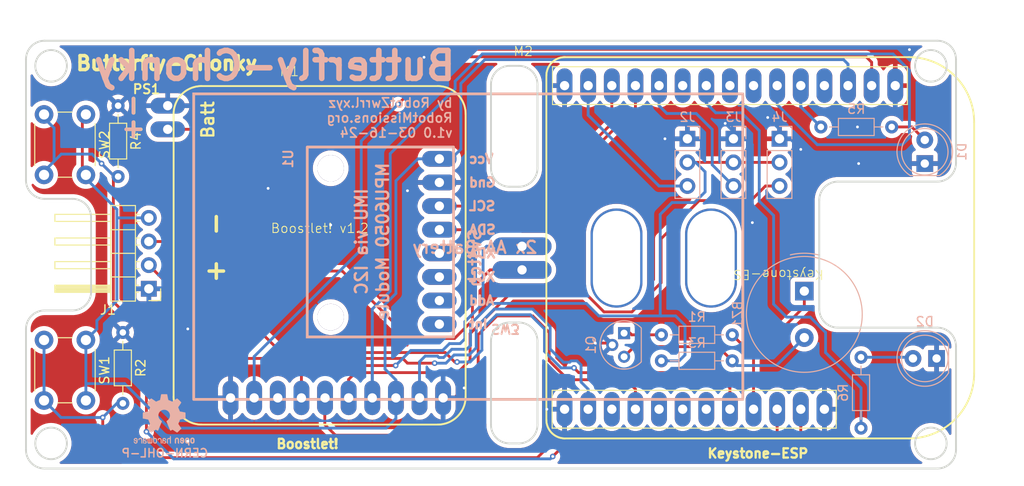
<source format=kicad_pcb>
(kicad_pcb (version 20240108) (generator "pcbnew") (generator_version "8.0")
  (layers (0 "F.Cu" signal) (31 "B.Cu" signal) (34 "B.Paste" user) (35 "F.Paste" user) (36 "B.SilkS" user "B.Silkscreen") (37 "F.SilkS" user "F.Silkscreen") (38 "B.Mask" user) (39 "F.Mask" user) (44 "Edge.Cuts" user))
  (net 0 "")
  (net 1 "/SERVO_L")
  (net 2 "GND")
  (net 3 "Net-(BZ1--)")
  (net 4 "/SERVO_R")
  (net 5 "/NEO_OUT")
  (net 6 "/SERVO_X")
  (net 7 "/NEO_IN")
  (net 8 "/LED_COMMS")
  (net 9 "/SCL")
  (net 10 "/UART2_TX")
  (net 11 "/UART2_RX")
  (net 12 "/BUTTON_3")
  (net 13 "/ULTRASONIC_IN")
  (net 14 "/BATT_SIG")
  (net 15 "/BUTTON_1")
  (net 16 "/LDR")
  (net 17 "/BUTTON_2")
  (net 18 "/ULTRASONIC_OUT")
  (net 19 "/BUZZER")
  (net 20 "/PROXIMITY_R")
  (net 21 "/MIC")
  (net 22 "/LED_HEARTBEAT")
  (net 23 "/SDA")
  (net 24 "/PROXIMITY_L")
  (net 25 "VCC")
  (net 26 "5V")
  (net 27 "Net-(Q1-B)")
  (net 28 "Net-(D1-A)")
  (net 29 "Net-(D2-A)")
  (net 30 "Net-(M1-V_BUS)")
  (net 32 "/V_BATT")
  (net 33 "Net-(PS1-V_Batt)")
  (footprint "Button_Switch_THT:SW_PUSH_6mm_H5mm" (layer "F.Cu") (at 85.054 125.782 -90)
    (property "Reference" "SW1")
    (property "Value" "SW_Push")
  )
  (footprint "!RobotButterfly:Keystone-ESP_v1.1" (layer "F.Cu") (at 157.099 116.713 180)
    (property "Reference" "M2")
    (property "Value" "~")
  )
  (footprint "Button_Switch_THT:SW_PUSH_6mm_H5mm" (layer "F.Cu") (at 85.054 101.525 -90)
    (property "Reference" "SW2")
    (property "Value" "SW_Push")
  )
  (footprint "!RobotButterfly:2xAA_Battery_Module" (layer "F.Cu") (at 96.393 99.314)
    (property "Reference" "PS1")
    (property "Value" "2xAA_Battery_Module")
  )
  (footprint "Resistor_THT:R_Axial_DIN0204_L3.6mm_D1.6mm_P7.62mm_Horizontal" (layer "F.Cu") (at 89.027 124.968 -90)
    (property "Reference" "R2")
    (property "Value" "10k")
  )
  (footprint "Connector_PinHeader_2.54mm:PinHeader_1x04_P2.54mm_Horizontal" (layer "F.Cu") (at 91.821 120.269 180)
    (property "Reference" "J1")
    (property "Value" "Conn_01x04_Pin")
  )
  (footprint "Resistor_THT:R_Axial_DIN0204_L3.6mm_D1.6mm_P7.62mm_Horizontal" (layer "F.Cu") (at 88.519 100.584 -90)
    (property "Reference" "R4")
    (property "Value" "10k")
  )
  (footprint "!RobotButterfly:Boostlet_v1.2" (layer "F.Cu") (at 109.982 115.443)
    (property "Reference" "M1")
    (property "Value" "~")
  )
  (footprint "Connector_PinHeader_2.54mm:PinHeader_1x03_P2.54mm_Vertical" (layer "B.Cu") (at 154.686 104.14 180)
    (property "Reference" "J3")
    (property "Value" "Conn_01x03_Pin")
  )
  (footprint "Resistor_THT:R_Axial_DIN0204_L3.6mm_D1.6mm_P7.62mm_Horizontal" (layer "B.Cu") (at 154.559 128.016 180)
    (property "Reference" "R3")
    (property "Value" "330")
  )
  (footprint "Resistor_THT:R_Axial_DIN0204_L3.6mm_D1.6mm_P7.62mm_Horizontal" (layer "B.Cu") (at 154.559 125.222 180)
    (property "Reference" "R1")
    (property "Value" "2K")
  )
  (footprint "Connector_PinHeader_2.54mm:PinHeader_1x03_P2.54mm_Vertical" (layer "B.Cu") (at 149.733 104.14 180)
    (property "Reference" "J2")
    (property "Value" "Conn_01x03_Pin")
  )
  (footprint "Symbol:OSHW-Logo2_7.3x6mm_SilkScreen" (layer "B.Cu") (at 93.472 134.366 180)
    (property "Reference" "REF**" (hide yes))
    (property "Value" "OSHW-Logo2_7.3x6mm_SilkScreen" (hide yes))
  )
  (footprint "!RobotButterfly:Switch_Header" (layer "B.Cu") (at 131.953 118.237)
    (property "Reference" "SW3")
    (property "Value" "Switch_Header")
  )
  (footprint "Package_TO_SOT_THT:TO-92" (layer "B.Cu") (at 142.925119 125.039615 -90)
    (property "Reference" "Q1")
    (property "Value" "2N2222")
  )
  (footprint "Connector_PinHeader_2.54mm:PinHeader_1x03_P2.54mm_Vertical" (layer "B.Cu") (at 159.639 104.14 180)
    (property "Reference" "J4")
    (property "Value" "Conn_01x03_Pin")
  )
  (footprint "Buzzer_Beeper:Buzzer_TDK_PS1240P02BT_D12.2mm_H6.5mm" (layer "B.Cu") (at 162.306 120.523 -90)
    (property "Reference" "BZ1")
    (property "Value" "Buzzer")
  )
  (footprint "Resistor_THT:R_Axial_DIN0204_L3.6mm_D1.6mm_P7.62mm_Horizontal" (layer "B.Cu") (at 168.402 127.635 -90)
    (property "Reference" "R6")
    (property "Value" "330")
  )
  (footprint "LED_THT:LED_D5.0mm_Clear" (layer "B.Cu") (at 176.53 127.762 180)
    (property "Reference" "D2")
    (property "Value" "LED")
  )
  (footprint "Resistor_THT:R_Axial_DIN0204_L3.6mm_D1.6mm_P7.62mm_Horizontal" (layer "B.Cu") (at 171.704 102.87 180)
    (property "Reference" "R5")
    (property "Value" "330")
  )
  (footprint "LED_THT:LED_D5.0mm_Clear" (layer "B.Cu") (at 175.26 106.807 90)
    (property "Reference" "D1")
    (property "Value" "LED")
  )
  (footprint "!RobotButterfly:MPU6050_Module" (layer "B.Cu") (at 124.587 105.029 180)
    (property "Reference" "U1")
    (property "Value" "MPU6050_Module")
  )
  (gr_line (start 130.612999 96.299) (end 131.613 96.299) (stroke (width 0.2)) (layer "Edge.Cuts"))
  (gr_line (start 176.613 93.599) (end 80.612998 93.599) (stroke (width 0.2)) (layer "Edge.Cuts"))
  (gr_arc (start 131.613 123.899) (mid 133.027214 124.484786) (end 133.613 125.899) (stroke (width 0.2)) (layer "Edge.Cuts"))
  (gr_arc (start 178.613 106.749) (mid 178.027214 108.163214) (end 176.613 108.749) (stroke (width 0.2)) (layer "Edge.Cuts"))
  (gr_line (start 133.613 98.299) (end 133.613 107.299) (stroke (width 0.2)) (layer "Edge.Cuts"))
  (gr_arc (start 178.613 137.599) (mid 178.027214 139.013214) (end 176.613 139.599) (stroke (width 0.2)) (layer "Edge.Cuts"))
  (gr_line (start 78.613 124.598999) (end 78.613 137.599002) (stroke (width 0.2)) (layer "Edge.Cuts"))
  (gr_line (start 131.613 109.299) (end 130.613 109.299) (stroke (width 0.2)) (layer "Edge.Cuts"))
  (gr_arc (start 78.613 124.598999) (mid 79.198786 123.184786) (end 80.612999 122.599) (stroke (width 0.2)) (layer "Edge.Cuts"))
  (gr_line (start 178.613 106.749) (end 178.613 95.599) (stroke (width 0.2)) (layer "Edge.Cuts"))
  (gr_line (start 128.613 134.899) (end 128.613 125.899) (stroke (width 0.2)) (layer "Edge.Cuts"))
  (gr_line (start 130.613 123.899) (end 131.613 123.899) (stroke (width 0.2)) (layer "Edge.Cuts"))
  (gr_arc (start 165.913 124.449) (mid 164.498786 123.863214) (end 163.913 122.449) (stroke (width 0.2)) (layer "Edge.Cuts"))
  (gr_circle (center 81.313 96.299) (end 83.013 96.299) (stroke (width 0.2)) (fill none) (layer "Edge.Cuts"))
  (gr_line (start 131.613 136.899) (end 130.613 136.899) (stroke (width 0.2)) (layer "Edge.Cuts"))
  (gr_arc (start 133.613 107.299) (mid 133.027214 108.713214) (end 131.613 109.299) (stroke (width 0.2)) (layer "Edge.Cuts"))
  (gr_line (start 80.613 110.599) (end 83.613001 110.599) (stroke (width 0.2)) (layer "Edge.Cuts"))
  (gr_line (start 85.613 112.598999) (end 85.613 120.599001) (stroke (width 0.2)) (layer "Edge.Cuts"))
  (gr_arc (start 131.613 96.299) (mid 133.027214 96.884786) (end 133.613 98.299) (stroke (width 0.2)) (layer "Edge.Cuts"))
  (gr_arc (start 83.613001 110.599) (mid 85.027214 111.184786) (end 85.613 112.598999) (stroke (width 0.2)) (layer "Edge.Cuts"))
  (gr_arc (start 176.613 93.599) (mid 178.027214 94.184786) (end 178.613 95.599) (stroke (width 0.2)) (layer "Edge.Cuts"))
  (gr_arc (start 78.613 95.598999) (mid 79.198786 94.184786) (end 80.612998 93.599) (stroke (width 0.2)) (layer "Edge.Cuts"))
  (gr_circle (center 81.313 136.899) (end 83.013 136.899) (stroke (width 0.2)) (fill none) (layer "Edge.Cuts"))
  (gr_line (start 133.613 125.899) (end 133.613 134.899) (stroke (width 0.2)) (layer "Edge.Cuts"))
  (gr_circle (center 175.913 96.299) (end 177.613 96.299) (stroke (width 0.2)) (fill none) (layer "Edge.Cuts"))
  (gr_arc (start 176.613 124.449) (mid 178.027214 125.034786) (end 178.613 126.449) (stroke (width 0.2)) (layer "Edge.Cuts"))
  (gr_line (start 78.613 95.598999) (end 78.613 108.599001) (stroke (width 0.2)) (layer "Edge.Cuts"))
  (gr_circle (center 175.913 136.899) (end 177.613 136.899) (stroke (width 0.2)) (fill none) (layer "Edge.Cuts"))
  (gr_line (start 165.913 108.749) (end 176.613 108.749) (stroke (width 0.2)) (layer "Edge.Cuts"))
  (gr_line (start 163.913 122.449) (end 163.913 110.749) (stroke (width 0.2)) (layer "Edge.Cuts"))
  (gr_arc (start 128.613 98.298999) (mid 129.198786 96.884786) (end 130.612999 96.299) (stroke (width 0.2)) (layer "Edge.Cuts"))
  (gr_arc (start 133.613 134.899) (mid 133.027214 136.313214) (end 131.613 136.899) (stroke (width 0.2)) (layer "Edge.Cuts"))
  (gr_line (start 80.612999 139.599) (end 176.613 139.599) (stroke (width 0.2)) (layer "Edge.Cuts"))
  (gr_line (start 83.613001 122.599) (end 80.612999 122.599) (stroke (width 0.2)) (layer "Edge.Cuts"))
  (gr_line (start 178.613 137.599) (end 178.613 126.449) (stroke (width 0.2)) (layer "Edge.Cuts"))
  (gr_arc (start 163.913 110.749) (mid 164.498786 109.334786) (end 165.913 108.749) (stroke (width 0.2)) (layer "Edge.Cuts"))
  (gr_arc (start 80.612999 139.599) (mid 79.198786 139.013214) (end 78.613 137.599002) (stroke (width 0.2)) (layer "Edge.Cuts"))
  (gr_arc (start 80.613 110.599) (mid 79.198786 110.013214) (end 78.613 108.599001) (stroke (width 0.2)) (layer "Edge.Cuts"))
  (gr_arc (start 128.613 125.899) (mid 129.198786 124.484786) (end 130.613 123.899) (stroke (width 0.2)) (layer "Edge.Cuts"))
  (gr_line (start 176.613 124.449) (end 165.913 124.449) (stroke (width 0.2)) (layer "Edge.Cuts"))
  (gr_arc (start 85.613 120.599001) (mid 85.027214 122.013214) (end 83.613001 122.599) (stroke (width 0.2)) (layer "Edge.Cuts"))
  (gr_arc (start 130.613 109.299) (mid 129.198786 108.713214) (end 128.613 107.299) (stroke (width 0.2)) (layer "Edge.Cuts"))
  (gr_arc (start 130.613 136.899) (mid 129.198786 136.313214) (end 128.613 134.899) (stroke (width 0.2)) (layer "Edge.Cuts"))
  (gr_line (start 128.613 107.299) (end 128.613 98.298999) (stroke (width 0.2)) (layer "Edge.Cuts"))
  (gr_text "Butterfly-Chonky" (at 125.095 98.044 0) (layer "B.SilkS") (effects (font (size 3 3) (thickness 0.6) (bold yes)) (justify left bottom mirror)))
  (gr_text "CERN-OHL-P" (at 98.298 137.414 0) (layer "B.SilkS") (effects (font (size 0.9 0.9) (thickness 0.1625)) (justify left top mirror)))
  (gr_text "by RobotZwrrl.xyz\nRobotMissions.org\nv1.0 03-16-24" (at 124.587 99.695 0) (layer "B.SilkS") (effects (font (size 1 1) (thickness 0.18) (bold yes)) (justify left top mirror)))
  (gr_text "Boostlet!" (at 105.41 137.541 0) (layer "F.SilkS") (effects (font (size 1 1) (thickness 0.25) (bold yes)) (justify left bottom)))
  (gr_text "Butterfly-Chonky" (at 83.82 96.901 0) (layer "F.SilkS") (effects (font (size 1.5 1.5) (thickness 0.375) (bold yes)) (justify left bottom)))
  (gr_text "Keystone-ESP" (at 151.765 138.557 0) (layer "F.SilkS") (effects (font (size 1 1) (thickness 0.25) (bold yes)) (justify left bottom)))
  (segment (start 146.685 109.22) (end 149.733 109.22) (width 0.3048) (layer "B.Cu") (net 1))
  (segment (start 139.065 98.425) (end 139.065 101.6) (width 0.3048) (layer "B.Cu") (net 1))
  (segment (start 139.065 101.6) (end 146.685 109.22) (width 0.3048) (layer "B.Cu") (net 1))
  (segment (start 172.085 96.0755) (end 172.085 98.425) (width 0.3048) (layer "F.Cu") (net 2))
  (segment (start 96.012 136.652) (end 96.012 124.587) (width 0.3048) (layer "F.Cu") (net 2))
  (segment (start 168.148 106.807) (end 168.148 102.997) (width 0.3048) (layer "F.Cu") (net 2))
  (segment (start 141.456504 126.111) (end 139.827 126.111) (width 0.3048) (layer "F.Cu") (net 2))
  (segment (start 173.609 94.5515) (end 172.085 96.0755) (width 0.3048) (layer "F.Cu") (net 2))
  (segment (start 141.655119 126.309615) (end 141.456504 126.111) (width 0.3048) (layer "F.Cu") (net 2))
  (segment (start 124.6632 132.0038) (end 125.73 130.937) (width 0.3048) (layer "F.Cu") (net 2))
  (segment (start 119.634 109.728) (end 115.062 109.728) (width 0.3048) (layer "F.Cu") (net 2))
  (segment (start 123.4694 132.0038) (end 124.6632 132.0038) (width 0.3048) (layer "F.Cu") (net 2))
  (segment (start 168.148 102.997) (end 168.021 102.87) (width 0.3048) (layer "F.Cu") (net 2))
  (segment (start 115.062 109.728) (end 111.379 113.411) (width 0.3048) (layer "F.Cu") (net 2))
  (segment (start 134.62 133.223) (end 136.525 133.223) (width 0.3048) (layer "F.Cu") (net 2))
  (via (at 168.148 106.807) (size 0.6) (drill 0.3) (layers "F.Cu" "B.Cu") (net 2))
  (via (at 139.827 126.111) (size 0.6) (drill 0.3) (layers "F.Cu" "B.Cu") (net 2))
  (via (at 121.412 95.377) (size 0.6) (drill 0.3) (layers "F.Cu" "B.Cu") (net 2))
  (via (at 156.718 113.157) (size 0.6) (drill 0.3) (layers "F.Cu" "B.Cu") (net 2))
  (via (at 158.369 101.854) (size 0.6) (drill 0.3) (layers "F.Cu" "B.Cu") (net 2))
  (via (at 96.012 124.587) (size 0.6) (drill 0.3) (layers "F.Cu" "B.Cu") (net 2))
  (via (at 161.925 105.283) (size 0.6) (drill 0.3) (layers "F.Cu" "B.Cu") (net 2))
  (via (at 147.32 104.14) (size 0.6) (drill 0.3) (layers "F.Cu" "B.Cu") (net 2))
  (via (at 173.609 94.5515) (size 0.6) (drill 0.3) (layers "F.Cu" "B.Cu") (net 2))
  (via (at 125.73 130.937) (size 0.6) (drill 0.3) (layers "F.Cu" "B.Cu") (net 2))
  (via (at 168.021 102.87) (size 0.6) (drill 0.3) (layers "F.Cu" "B.Cu") (net 2))
  (via (at 96.012 136.652) (size 0.6) (drill 0.3) (layers "F.Cu" "B.Cu") (net 2))
  (via (at 104.648 109.474) (size 0.6) (drill 0.3) (layers "F.Cu" "B.Cu") (net 2))
  (via (at 153.797 102.489) (size 0.6) (drill 0.3) (layers "F.Cu" "B.Cu") (net 2))
  (via (at 134.62 133.223) (size 0.6) (drill 0.3) (layers "F.Cu" "B.Cu") (net 2))
  (via (at 119.634 109.728) (size 0.6) (drill 0.3) (layers "F.Cu" "B.Cu") (net 2))
  (via (at 111.379 113.411) (size 0.6) (drill 0.3) (layers "F.Cu" "B.Cu") (net 2))
  (segment (start 159.639 104.14) (end 160.782 104.14) (width 0.3048) (layer "B.Cu") (net 2))
  (segment (start 173.609 94.5515) (end 173.4693 94.4118) (width 0.3048) (layer "B.Cu") (net 2))
  (segment (start 96.012 124.587) (end 96.012 112.776) (width 0.3048) (layer "B.Cu") (net 2))
  (segment (start 171.831 101.092) (end 170.815 101.092) (width 0.3048) (layer "B.Cu") (net 2))
  (segment (start 123.4694 132.4586) (end 123.571 132.5602) (width 0.3048) (layer "B.Cu") (net 2))
  (segment (start 154.686 104.14) (end 156.083 104.14) (width 0.3048) (layer "B.Cu") (net 2))
  (segment (start 99.314 109.474) (end 104.648 109.474) (width 0.3048) (layer "B.Cu") (net 2))
  (segment (start 123.571 132.5602) (end 123.571 135.509) (width 0.3048) (layer "B.Cu") (net 2))
  (segment (start 96.266 136.906) (end 96.012 136.652) (width 0.3048) (layer "B.Cu") (net 2))
  (segment (start 169.037 102.87) (end 168.021 102.87) (width 0.3048) (layer "B.Cu") (net 2))
  (segment (start 123.4694 132.0038) (end 123.4694 132.4586) (width 0.3048) (layer "B.Cu") (net 2))
  (segment (start 123.063 108.839) (end 120.396 108.839) (width 0.3048) (layer "B.Cu") (net 2))
  (segment (start 122.3772 94.4118) (end 121.412 95.377) (width 0.3048) (layer "B.Cu") (net 2))
  (segment (start 172.085 98.425) (end 172.085 100.838) (width 0.3048) (layer "B.Cu") (net 2))
  (segment (start 156.083 104.14) (end 156.718 104.775) (width 0.3048) (layer "B.Cu") (net 2))
  (segment (start 122.174 136.906) (end 96.266 136.906) (width 0.3048) (layer "B.Cu") (net 2))
  (segment (start 120.396 108.839) (end 119.634 109.601) (width 0.3048) (layer "B.Cu") (net 2))
  (segment (start 123.571 135.509) (end 122.174 136.906) (width 0.3048) (layer "B.Cu") (net 2))
  (segment (start 159.639 103.124) (end 158.369 101.854) (width 0.3048) (layer "B.Cu") (net 2))
  (segment (start 172.085 100.838) (end 171.831 101.092) (width 0.3048) (layer "B.Cu") (net 2))
  (segment (start 170.815 101.092) (end 169.037 102.87) (width 0.3048) (layer "B.Cu") (net 2))
  (segment (start 156.718 104.775) (end 156.718 113.157) (width 0.3048) (layer "B.Cu") (net 2))
  (segment (start 175.26 106.807) (end 168.148 106.807) (width 0.3048) (layer "B.Cu") (net 2))
  (segment (start 119.634 109.601) (end 119.634 109.728) (width 0.3048) (layer "B.Cu") (net 2))
  (segment (start 154.686 104.14) (end 154.686 103.378) (width 0.3048) (layer "B.Cu") (net 2))
  (segment (start 154.686 103.378) (end 153.797 102.489) (width 0.3048) (layer "B.Cu") (net 2))
  (segment (start 159.639 104.14) (end 159.639 103.124) (width 0.3048) (layer "B.Cu") (net 2))
  (segment (start 149.733 104.14) (end 147.32 104.14) (width 0.3048) (layer "B.Cu") (net 2))
  (segment (start 160.782 104.14) (end 161.925 105.283) (width 0.3048) (layer "B.Cu") (net 2))
  (segment (start 96.012 112.776) (end 99.314 109.474) (width 0.3048) (layer "B.Cu") (net 2))
  (segment (start 173.4693 94.4118) (end 122.3772 94.4118) (width 0.3048) (layer "B.Cu") (net 2))
  (segment (start 144.012734 126.492) (end 153.035 126.492) (width 0.3048) (layer "F.Cu") (net 3))
  (segment (start 142.925119 127.579615) (end 144.012734 126.492) (width 0.3048) (layer "F.Cu") (net 3))
  (segment (start 153.035 126.492) (end 154.559 128.016) (width 0.3048) (layer "F.Cu") (net 3))
  (segment (start 162.306 125.523) (end 159.305 128.524) (width 0.3048) (layer "B.Cu") (net 3))
  (segment (start 159.305 128.524) (end 155.067 128.524) (width 0.3048) (layer "B.Cu") (net 3))
  (segment (start 155.067 128.524) (end 154.559 128.016) (width 0.3048) (layer "B.Cu") (net 3))
  (segment (start 150.679697 101.420896) (end 152.4 103.141199) (width 0.3048) (layer "B.Cu") (net 4))
  (segment (start 146.685 98.425) (end 146.685 100.584) (width 0.3048) (layer "B.Cu") (net 4))
  (segment (start 146.685 100.584) (end 147.521896 101.420896) (width 0.3048) (layer "B.Cu") (net 4))
  (segment (start 152.4 106.934) (end 154.686 109.22) (width 0.3048) (layer "B.Cu") (net 4))
  (segment (start 147.521896 101.420896) (end 150.679697 101.420896) (width 0.3048) (layer "B.Cu") (net 4))
  (segment (start 152.4 103.141199) (end 152.4 106.934) (width 0.3048) (layer "B.Cu") (net 4))
  (segment (start 151.0051 110.7884) (end 156.5585 110.7884) (width 0.3048) (layer "F.Cu") (net 5))
  (segment (start 126.365 127.9525) (end 126.365 125.095) (width 0.3048) (layer "F.Cu") (net 5))
  (segment (start 126.365 125.095) (end 130.683 120.777) (width 0.3048) (layer "F.Cu") (net 5))
  (segment (start 156.5585 110.7884) (end 158.1269 109.22) (width 0.3048) (layer "F.Cu") (net 5))
  (segment (start 138.785109 120.777) (end 140.766309 122.7582) (width 0.3048) (layer "F.Cu") (net 5))
  (segment (start 146.9055 114.888) (end 151.0051 110.7884) (width 0.3048) (layer "F.Cu") (net 5))
  (segment (start 130.683 120.777) (end 138.785109 120.777) (width 0.3048) (layer "F.Cu") (net 5))
  (segment (start 146.9055 119.6156) (end 146.9055 114.888) (width 0.3048) (layer "F.Cu") (net 5))
  (segment (start 158.1269 109.22) (end 159.639 109.22) (width 0.3048) (layer "F.Cu") (net 5))
  (segment (start 114.0389 129.286) (end 125.0315 129.286) (width 0.3048) (layer "F.Cu") (net 5))
  (segment (start 113.3094 130.0155) (end 114.0389 129.286) (width 0.3048) (layer "F.Cu") (net 5))
  (segment (start 140.766309 122.7582) (end 143.7629 122.7582) (width 0.3048) (layer "F.Cu") (net 5))
  (segment (start 143.7629 122.7582) (end 146.9055 119.6156) (width 0.3048) (layer "F.Cu") (net 5))
  (segment (start 125.0315 129.286) (end 126.365 127.9525) (width 0.3048) (layer "F.Cu") (net 5))
  (segment (start 113.3094 132.0038) (end 113.3094 130.0155) (width 0.3048) (layer "F.Cu") (net 5))
  (segment (start 115.8494 123.7184) (end 115.8494 132.0038) (width 0.3048) (layer "B.Cu") (net 7))
  (segment (start 173.6076 104.0144) (end 173.6076 96.7863) (width 0.3048) (layer "B.Cu") (net 7))
  (segment (start 117.7794 120.524496) (end 115.849 122.454896) (width 0.3048) (layer "B.Cu") (net 7))
  (segment (start 159.385 98.425) (end 159.385 100.457) (width 0.3048) (layer "B.Cu") (net 7))
  (segment (start 124.7624 98.7576) (end 117.7794 105.7406) (width 0.3048) (layer "B.Cu") (net 7))
  (segment (start 124.7624 97.951396) (end 124.7624 98.7576) (width 0.3048) (layer "B.Cu") (net 7))
  (segment (start 117.7794 105.7406) (end 117.7794 120.524496) (width 0.3048) (layer "B.Cu") (net 7))
  (segment (start 115.849 122.454896) (end 115.849 123.718) (width 0.3048) (layer "B.Cu") (net 7))
  (segment (start 115.849 123.718) (end 115.8494 123.7184) (width 0.3048) (layer "B.Cu") (net 7))
  (segment (start 172.847 104.775) (end 173.6076 104.0144) (width 0.3048) (layer "B.Cu") (net 7))
  (segment (start 159.385 100.457) (end 163.703 104.775) (width 0.3048) (layer "B.Cu") (net 7))
  (segment (start 173.6076 96.7863) (end 171.8427 95.0214) (width 0.3048) (layer "B.Cu") (net 7))
  (segment (start 127.692395 95.0214) (end 124.7624 97.951396) (width 0.3048) (layer "B.Cu") (net 7))
  (segment (start 115.849 123.718) (end 115.849 132.004) (width 0.3048) (layer "B.Cu") (net 7))
  (segment (start 171.8427 95.0214) (end 127.692395 95.0214) (width 0.3048) (layer "B.Cu") (net 7))
  (segment (start 163.703 104.775) (end 172.847 104.775) (width 0.3048) (layer "B.Cu") (net 7))
  (segment (start 151.765 98.425) (end 151.765 100.33) (width 0.3048) (layer "B.Cu") (net 8))
  (segment (start 159.004 121.92) (end 160.401 123.317) (width 0.3048) (layer "B.Cu") (net 8))
  (segment (start 168.402 130.937) (end 168.402 135.255) (width 0.3048) (layer "B.Cu") (net 8))
  (segment (start 152.781 101.346) (end 155.543109 101.346) (width 0.3048) (layer "B.Cu") (net 8))
  (segment (start 160.401 123.317) (end 162.941 123.317) (width 0.3048) (layer "B.Cu") (net 8))
  (segment (start 155.543109 101.346) (end 157.46 103.262891) (width 0.3048) (layer "B.Cu") (net 8))
  (segment (start 157.46 110.851) (end 159.004 112.395) (width 0.3048) (layer "B.Cu") (net 8))
  (segment (start 157.46 103.262891) (end 157.46 110.851) (width 0.3048) (layer "B.Cu") (net 8))
  (segment (start 159.004 112.395) (end 159.004 121.92) (width 0.3048) (layer "B.Cu") (net 8))
  (segment (start 164.592 124.968) (end 164.592 127.127) (width 0.3048) (layer "B.Cu") (net 8))
  (segment (start 162.941 123.317) (end 164.592 124.968) (width 0.3048) (layer "B.Cu") (net 8))
  (segment (start 164.592 127.127) (end 168.402 130.937) (width 0.3048) (layer "B.Cu") (net 8))
  (segment (start 151.765 100.33) (end 152.781 101.346) (width 0.3048) (layer "B.Cu") (net 8))
  (segment (start 141.605 98.425) (end 141.605 102.489) (width 0.3048) (layer "F.Cu") (net 9))
  (segment (start 141.605 102.489) (end 132.715 111.379) (width 0.3048) (layer "F.Cu") (net 9))
  (segment (start 132.715 111.379) (end 123.063 111.379) (width 0.3048) (layer "F.Cu") (net 9))
  (segment (start 119.634 128.27) (end 119.126 127.762) (width 0.3048) (layer "F.Cu") (net 13))
  (segment (start 122.555 128.27) (end 119.634 128.27) (width 0.3048) (layer "F.Cu") (net 13))
  (segment (start 119.126 127.762) (end 101.854 127.762) (width 0.3048) (layer "F.Cu") (net 13))
  (segment (start 101.854 127.762) (end 91.821 117.729) (width 0.3048) (layer "F.Cu") (net 13))
  (via (at 122.555 128.27) (size 0.6) (drill 0.3) (layers "F.Cu" "B.Cu") (net 13))
  (segment (start 123.770157 128.27) (end 124.654357 127.3858) (width 0.3048) (layer "B.Cu") (net 13))
  (segment (start 133.094504 122.4534) (end 134.9756 124.334496) (width 0.3048) (layer "B.Cu") (net 13))
  (segment (start 127.0254 126.620496) (end 127.0254 124.397996) (width 0.3048) (layer "B.Cu") (net 13))
  (segment (start 122.555 128.27) (end 123.770157 128.27) (width 0.3048) (layer "B.Cu") (net 13))
  (segment (start 139.065 131.064) (end 139.065 133.223) (width 0.3048) (layer "B.Cu") (net 13))
  (segment (start 126.260096 127.3858) (end 127.0254 126.620496) (width 0.3048) (layer "B.Cu") (net 13))
  (segment (start 137.079757 128.1684) (end 137.227357 128.0208) (width 0.3048) (layer "B.Cu") (net 13))
  (segment (start 134.9756 124.334496) (end 134.9756 126.747496) (width 0.3048) (layer "B.Cu") (net 13))
  (segment (start 138.2982 130.2972) (end 139.065 131.064) (width 0.3048) (layer "B.Cu") (net 13))
  (segment (start 128.969996 122.4534) (end 133.094504 122.4534) (width 0.3048) (layer "B.Cu") (net 13))
  (segment (start 137.227357 128.0208) (end 137.854643 128.0208) (width 0.3048) (layer "B.Cu") (net 13))
  (segment (start 127.0254 124.397996) (end 128.969996 122.4534) (width 0.3048) (layer "B.Cu") (net 13))
  (segment (start 124.654357 127.3858) (end 126.260096 127.3858) (width 0.3048) (layer "B.Cu") (net 13))
  (segment (start 136.396504 128.1684) (end 137.079757 128.1684) (width 0.3048) (layer "B.Cu") (net 13))
  (segment (start 138.2982 128.464357) (end 138.2982 130.2972) (width 0.3048) (layer "B.Cu") (net 13))
  (segment (start 137.854643 128.0208) (end 138.2982 128.464357) (width 0.3048) (layer "B.Cu") (net 13))
  (segment (start 134.9756 126.747496) (end 136.396504 128.1684) (width 0.3048) (layer "B.Cu") (net 13))
  (segment (start 127.2366 125.205767) (end 129.252367 123.19) (width 0.3048) (layer "F.Cu") (net 14))
  (segment (start 129.252367 123.19) (end 133.096 123.19) (width 0.3048) (layer "F.Cu") (net 14))
  (segment (start 136.906 130.048) (end 143.129 130.048) (width 0.3048) (layer "F.Cu") (net 14))
  (segment (start 110.744 132.484) (end 110.744 134.874) (width 0.3048) (layer "F.Cu") (net 14))
  (segment (start 133.096 123.19) (end 134.874 124.968) (width 0.3048) (layer "F.Cu") (net 14))
  (segment (start 144.145 131.064) (end 144.145 133.223) (width 0.3048) (layer "F.Cu") (net 14))
  (segment (start 110.7694 132.4586) (end 110.744 132.484) (width 0.3048) (layer "F.Cu") (net 14))
  (segment (start 110.7694 132.0038) (end 110.7694 132.4586) (width 0.3048) (layer "F.Cu") (net 14))
  (segment (start 111.887 136.017) (end 125.857 136.017) (width 0.3048) (layer "F.Cu") (net 14))
  (segment (start 127.2366 134.6374) (end 127.2366 125.205767) (width 0.3048) (layer "F.Cu") (net 14))
  (segment (start 143.129 130.048) (end 144.145 131.064) (width 0.3048) (layer "F.Cu") (net 14))
  (segment (start 134.874 128.016) (end 136.906 130.048) (width 0.3048) (layer "F.Cu") (net 14))
  (segment (start 125.857 136.017) (end 127.2366 134.6374) (width 0.3048) (layer "F.Cu") (net 14))
  (segment (start 110.744 134.874) (end 111.887 136.017) (width 0.3048) (layer "F.Cu") (net 14))
  (segment (start 134.874 124.968) (end 134.874 128.016) (width 0.3048) (layer "F.Cu") (net 14))
  (segment (start 89.408 138.43) (end 133.604 138.43) (width 0.3048) (layer "F.Cu") (net 15))
  (segment (start 135.2296 136.8044) (end 158.2166 136.8044) (width 0.3048) (layer "F.Cu") (net 15))
  (segment (start 159.385 135.636) (end 159.385 133.223) (width 0.3048) (layer "F.Cu") (net 15))
  (segment (start 133.604 138.43) (end 135.2296 136.8044) (width 0.3048) (layer "F.Cu") (net 15))
  (segment (start 158.2166 136.8044) (end 159.385 135.636) (width 0.3048) (layer "F.Cu") (net 15))
  (segment (start 86.868 134.112) (end 86.868 135.89) (width 0.3048) (layer "F.Cu") (net 15))
  (segment (start 86.868 135.89) (end 89.408 138.43) (width 0.3048) (layer "F.Cu") (net 15))
  (via (at 86.868 134.112) (size 0.6) (drill 0.3) (layers "F.Cu" "B.Cu") (net 15))
  (segment (start 89.027 132.588) (end 88.392 132.588) (width 0.3048) (layer "B.Cu") (net 15))
  (segment (start 88.392 132.588) (end 86.868 134.112) (width 0.3048) (layer "B.Cu") (net 15))
  (segment (start 86.868 134.112) (end 82.384 134.112) (width 0.3048) (layer "B.Cu") (net 15))
  (segment (start 80.554 125.782) (end 80.554 132.282) (width 0.3048) (layer "B.Cu") (net 15))
  (segment (start 82.384 134.112) (end 80.554 132.282) (width 0.3048) (layer "B.Cu") (net 15))
  (segment (start 161.925 136.144) (end 161.925 133.223) (width 0.3048) (layer "F.Cu") (net 17))
  (segment (start 88.011 108.077) (end 88.011 121.666) (width 0.3048) (layer "F.Cu") (net 17))
  (segment (start 160.655 137.414) (end 161.925 136.144) (width 0.3048) (layer "F.Cu") (net 17))
  (segment (start 89.027 122.682) (end 90.424 122.682) (width 0.3048) (layer "F.Cu") (net 17))
  (segment (start 88.011 121.666) (end 89.027 122.682) (width 0.3048) (layer "F.Cu") (net 17))
  (segment (start 86.741 106.807) (end 88.011 108.077) (width 0.3048) (layer "F.Cu") (net 17))
  (segment (start 136.144 137.414) (end 160.655 137.414) (width 0.3048) (layer "F.Cu") (net 17))
  (segment (start 135.255 138.303) (end 136.144 137.414) (width 0.3048) (layer "F.Cu") (net 17))
  (segment (start 91.567 123.825) (end 91.567 135.636) (width 0.3048) (layer "F.Cu") (net 17))
  (segment (start 90.424 122.682) (end 91.567 123.825) (width 0.3048) (layer "F.Cu") (net 17))
  (via (at 86.741 106.807) (size 0.6) (drill 0.3) (layers "F.Cu" "B.Cu") (net 17))
  (via (at 91.567 135.636) (size 0.6) (drill 0.3) (layers "F.Cu" "B.Cu") (net 17))
  (via (at 135.255 138.303) (size 0.6) (drill 0.3) (layers "F.Cu" "B.Cu") (net 17))
  (segment (start 81.6363 106.562) (end 82.4073 105.791) (width 0.3048) (layer "B.Cu") (net 17))
  (segment (start 135.255 138.303) (end 135.001 138.557) (width 0.3048) (layer "B.Cu") (net 17))
  (segment (start 81.6363 102.988) (end 81.6363 106.562) (width 0.3048) (layer "B.Cu") (net 17))
  (segment (start 80.173 101.525) (end 81.6363 102.988) (width 0.3048) (layer "B.Cu") (net 17))
  (segment (start 94.488 138.557) (end 91.567 135.636) (width 0.3048) (layer "B.Cu") (net 17))
  (segment (start 81.6363 106.562) (end 80.173 108.025) (width 0.3048) (layer "B.Cu") (net 17))
  (segment (start 135.001 138.557) (end 94.488 138.557) (width 0.3048) (layer "B.Cu") (net 17))
  (segment (start 88.138 108.204) (end 88.519 108.204) (width 0.3048) (layer "B.Cu") (net 17))
  (segment (start 82.4073 105.791) (end 85.725 105.791) (width 0.3048) (layer "B.Cu") (net 17))
  (segment (start 85.725 105.791) (end 88.138 108.204) (width 0.3048) (layer "B.Cu") (net 17))
  (segment (start 123.698 127.127) (end 106.045 127.127) (width 0.3048) (layer "F.Cu") (net 18))
  (segment (start 137.541 128.778) (end 138.049 129.286) (width 0.3048) (layer "F.Cu") (net 18))
  (segment (start 124.968 128.143) (end 124.714 128.143) (width 0.3048) (layer "F.Cu") (net 18))
  (segment (start 154.305 130.937) (end 154.305 133.223) (width 0.3048) (layer "F.Cu") (net 18))
  (segment (start 106.045 127.127) (end 94.107 115.189) (width 0.3048) (layer "F.Cu") (net 18))
  (segment (start 124.714 128.143) (end 123.698 127.127) (width 0.3048) (layer "F.Cu") (net 18))
  (segment (start 138.049 129.286) (end 152.654 129.286) (width 0.3048) (layer "F.Cu") (net 18))
  (segment (start 152.654 129.286) (end 154.305 130.937) (width 0.3048) (layer "F.Cu") (net 18))
  (segment (start 94.107 115.189) (end 91.821 115.189) (width 0.3048) (layer "F.Cu") (net 18))
  (via (at 124.968 128.143) (size 0.6) (drill 0.3) (layers "F.Cu" "B.Cu") (net 18))
  (via (at 137.541 128.778) (size 0.6) (drill 0.3) (layers "F.Cu" "B.Cu") (net 18))
  (segment (start 129.2225 123.063) (end 127.635 124.6505) (width 0.3048) (layer "B.Cu") (net 18))
  (segment (start 126.365 128.143) (end 124.968 128.143) (width 0.3048) (layer "B.Cu") (net 18))
  (segment (start 132.842 123.063) (end 129.2225 123.063) (width 0.3048) (layer "B.Cu") (net 18))
  (segment (start 127.635 124.6505) (end 127.635 126.873) (width 0.3048) (layer "B.Cu") (net 18))
  (segment (start 134.366 127) (end 134.366 124.587) (width 0.3048) (layer "B.Cu") (net 18))
  (segment (start 134.366 124.587) (end 132.842 123.063) (width 0.3048) (layer "B.Cu") (net 18))
  (segment (start 136.144 128.778) (end 134.366 127) (width 0.3048) (layer "B.Cu") (net 18))
  (segment (start 127.635 126.873) (end 126.365 128.143) (width 0.3048) (layer "B.Cu") (net 18))
  (segment (start 137.541 128.778) (end 136.144 128.778) (width 0.3048) (layer "B.Cu") (net 18))
  (segment (start 156.845 127.6461) (end 156.91405 127.57705) (width 0.3048) (layer "F.Cu") (net 19))
  (segment (start 156.845 133.223) (end 156.845 127.6461) (width 0.3048) (layer "F.Cu") (net 19))
  (segment (start 156.91405 127.57705) (end 162.306 122.1851) (width 0.3048) (layer "F.Cu") (net 19))
  (segment (start 154.559 125.222) (end 156.91405 127.57705) (width 0.3048) (layer "F.Cu") (net 19))
  (segment (start 162.306 120.523) (end 162.306 122.1851) (width 0.3048) (layer "F.Cu") (net 19))
  (segment (start 161.925 100.711) (end 161.925 98.425) (width 0.3048) (layer "B.Cu") (net 22))
  (segment (start 161.925 100.734) (end 161.925 98.425) (width 0.3048) (layer "B.Cu") (net 22))
  (segment (start 164.084 102.87) (end 161.925 100.711) (width 0.3048) (layer "B.Cu") (net 22))
  (segment (start 131.037104 113.919) (end 123.063 113.919) (width 0.3048) (layer "F.Cu") (net 23))
  (segment (start 144.145 98.425) (end 144.145 100.811104) (width 0.3048) (layer "F.Cu") (net 23))
  (segment (start 144.145 100.811104) (end 131.037104 113.919) (width 0.3048) (layer "F.Cu") (net 23))
  (segment (start 84.673 108.025) (end 84.673 101.525) (width 0.3048) (layer "F.Cu") (net 25))
  (segment (start 118.389 131.4093) (end 118.389 132.004) (width 0.3048) (layer "B.Cu") (net 25))
  (segment (start 88.392 121.539) (end 86.233 123.698) (width 0.3048) (layer "B.Cu") (net 25))
  (segment (start 117.221 128.905) (end 117.221 121.945) (width 0.3048) (layer "B.Cu") (net 25))
  (segment (start 117.348 135.255) (end 94.0087 135.255) (width 0.3048) (layer "B.Cu") (net 25))
  (segment (start 86.233 124.603) (end 85.054 125.782) (width 0.3048) (layer "B.Cu") (net 25))
  (segment (start 94.0087 135.255) (end 89.2223 130.4686) (width 0.3048) (layer "B.Cu") (net 25))
  (segment (start 167.005 96.1161) (end 167.005 98.425) (width 0.3048) (layer "B.Cu") (net 25))
  (segment (start 84.673 108.025) (end 88.392 111.744) (width 0.3048) (layer "B.Cu") (net 25))
  (segment (start 125.372 98.2039) (end 127.9449 95.631) (width 0.3048) (layer "B.Cu") (net 25))
  (segment (start 166.5199 95.631) (end 167.005 96.1161) (width 0.3048) (layer "B.Cu") (net 25))
  (segment (start 123.063 106.299) (end 124.333 106.299) (width 0.3048) (layer "B.Cu") (net 25))
  (segment (start 117.221 121.945) (end 118.389 120.777) (width 0.3048) (layer "B.Cu") (net 25))
  (segment (start 86.233 123.698) (end 86.233 124.603) (width 0.3048) (layer "B.Cu") (net 25))
  (segment (start 118.3894 132.0038) (end 118.3894 134.2136) (width 0.3048) (layer "B.Cu") (net 25))
  (segment (start 85.054 132.282) (end 85.054 130.4686) (width 0.3048) (layer "B.Cu") (net 25))
  (segment (start 118.3894 132.0038) (end 118.3894 130.0734) (width 0.3048) (layer "B.Cu") (net 25))
  (segment (start 124.333 106.299) (end 125.372 105.26) (width 0.3048) (layer "B.Cu") (net 25))
  (segment (start 118.3894 131.4097) (end 118.3894 132.0038) (width 0.3048) (layer "B.Cu") (net 25))
  (segment (start 88.392 121.539) (end 88.392 112.649) (width 0.3048) (layer "B.Cu") (net 25))
  (segment (start 120.754 106.299) (end 118.389 108.664) (width 0.3048) (layer "B.Cu") (net 25))
  (segment (start 127.9449 95.631) (end 166.5199 95.631) (width 0.3048) (layer "B.Cu") (net 25))
  (segment (start 88.392 111.744) (end 88.392 112.649) (width 0.3048) (layer "B.Cu") (net 25))
  (segment (start 118.3894 130.0734) (end 117.221 128.905) (width 0.3048) (layer "B.Cu") (net 25))
  (segment (start 89.2223 130.4686) (end 85.054 130.4686) (width 0.3048) (layer "B.Cu") (net 25))
  (segment (start 85.054 130.4686) (end 85.054 125.782) (width 0.3048) (layer "B.Cu") (net 25))
  (segment (start 125.372 105.26) (end 125.372 98.2039) (width 0.3048) (layer "B.Cu") (net 25))
  (segment (start 88.392 112.649) (end 91.821 112.649) (width 0.3048) (layer "B.Cu") (net 25))
  (segment (start 118.3894 134.2136) (end 117.348 135.255) (width 0.3048) (layer "B.Cu") (net 25))
  (segment (start 123.063 106.299) (end 120.754 106.299) (width 0.3048) (layer "B.Cu") (net 25))
  (segment (start 118.389 131.4093) (end 118.3894 131.4097) (width 0.3048) (layer "B.Cu") (net 25))
  (segment (start 118.389 108.664) (end 118.389 120.777) (width 0.3048) (layer "B.Cu") (net 25))
  (segment (start 154.686 106.68) (end 149.733 106.68) (width 0.3048) (layer "F.Cu") (net 26))
  (segment (start 159.639 106.68) (end 154.686 106.68) (width 0.3048) (layer "F.Cu") (net 26))
  (segment (start 124.401852 126.7762) (end 126.007592 126.7762) (width 0.3048) (layer "B.Cu") (net 26))
  (segment (start 150.495 110.998) (end 151.638 109.855) (width 0.3048) (layer "B.Cu") (net 26))
  (segment (start 121.5342 127.5128) (end 122.868643 127.5128) (width 0.3048) (layer "B.Cu") (net 26))
  (segment (start 126.4158 126.367992) (end 126.4158 124.055096) (width 0.3048) (layer "B.Cu") (net 26))
  (segment (start 128.627096 121.8438) (end 138.8618 121.8438) (width 0.3048) (layer "B.Cu") (net 26))
  (segment (start 146.939 128.016) (end 148.844 128.016) (width 0.3048) (layer "B.Cu") (net 26))
  (segment (start 151.638 107.696) (end 150.622 106.68) (width 0.3048) (layer "B.Cu") (net 26))
  (segment (start 146.812 123.063) (end 146.812 112.268) (width 0.3048) (layer "B.Cu") (net 26))
  (segment (start 126.007592 126.7762) (end 126.4158 126.367992) (width 0.3048) (layer "B.Cu") (net 26))
  (segment (start 150.622 106.68) (end 149.733 106.68) (width 0.3048) (layer "B.Cu") (net 26))
  (segment (start 123.517652 127.6604) (end 124.401852 126.7762) (width 0.3048) (layer "B.Cu") (net 26))
  (segment (start 146.939 123.19) (end 146.812 123.063) (width 0.3048) (layer "B.Cu") (net 26))
  (segment (start 122.868643 127.5128) (end 123.016243 127.6604) (width 0.3048) (layer "B.Cu") (net 26))
  (segment (start 151.638 109.855) (end 151.638 107.696) (width 0.3048) (layer "B.Cu") (net 26))
  (segment (start 149.479 124.206) (end 148.463 123.19) (width 0.3048) (layer "B.Cu") (net 26))
  (segment (start 148.082 110.998) (end 150.495 110.998) (width 0.3048) (layer "B.Cu") (net 26))
  (segment (start 120.929 130.8495) (end 120.9294 130.8499) (width 0.3048) (layer "B.Cu") (net 26))
  (segment (start 120.9294 130.8499) (end 120.9294 132.0038) (width 0.3048) (layer "B.Cu") (net 26))
  (segment (start 138.8618 121.8438) (end 140.208 123.19) (width 0.3048) (layer "B.Cu") (net 26))
  (segment (start 149.479 127.381) (end 149.479 124.206) (width 0.3048) (layer "B.Cu") (net 26))
  (segment (start 120.929 128.118) (end 121.5342 127.5128) (width 0.3048) (layer "B.Cu") (net 26))
  (segment (start 146.812 112.268) (end 148.082 110.998) (width 0.3048) (layer "B.Cu") (net 26))
  (segment (start 123.016243 127.6604) (end 123.517652 127.6604) (width 0.3048) (layer "B.Cu") (net 26))
  (segment (start 126.4158 124.055096) (end 128.627096 121.8438) (width 0.3048) (layer "B.Cu") (net 26))
  (segment (start 148.463 123.19) (end 146.939 123.19) (width 0.3048) (layer "B.Cu") (net 26))
  (segment (start 120.929 130.8495) (end 120.929 128.118) (width 0.3048) (layer "B.Cu") (net 26))
  (segment (start 120.929 130.8495) (end 120.929 132.004) (width 0.3048) (layer "B.Cu") (net 26))
  (segment (start 140.208 123.19) (end 146.939 123.19) (width 0.3048) (layer "B.Cu") (net 26))
  (segment (start 148.844 128.016) (end 149.479 127.381) (width 0.3048) (layer "B.Cu") (net 26))
  (segment (start 143.7428 125.222) (end 143.560415 125.039615) (width 0.3048) (layer "F.Cu") (net 27))
  (segment (start 146.939 125.222) (end 143.7428 125.222) (width 0.3048) (layer "F.Cu") (net 27))
  (segment (start 143.560415 125.039615) (end 142.925119 125.039615) (width 0.3048) (layer "F.Cu") (net 27))
  (segment (start 173.863 102.87) (end 171.704 102.87) (width 0.3048) (layer "F.Cu") (net 28))
  (segment (start 175.26 104.267) (end 173.863 102.87) (width 0.3048) (layer "F.Cu") (net 28))
  (segment (start 173.863 127.635) (end 168.402 127.635) (width 0.3048) (layer "B.Cu") (net 29))
  (segment (start 173.99 127.762) (end 173.863 127.635) (width 0.3048) (layer "B.Cu") (net 29))
  (segment (start 169.545 95.9129) (end 168.956 95.3239) (width 0.3048) (layer "F.Cu") (net 30))
  (segment (start 123.7187 95.3239) (end 118.6226 100.42) (width 0.3048) (layer "F.Cu") (net 30))
  (segment (start 169.545 98.425) (end 169.545 95.9129) (width 0.3048) (layer "F.Cu") (net 30))
  (segment (start 168.956 95.3239) (end 123.7187 95.3239) (width 0.3048) (layer "F.Cu") (net 30))
  (via (at 118.6226 100.42) (size 0.6) (drill 0.3) (layers "F.Cu" "B.Cu") (net 30))
  (segment (start 114.6629 104.3797) (end 114.6629 116.0434) (width 0.3048) (layer "B.Cu") (net 30))
  (segment (start 118.6226 100.42) (end 114.6629 104.3797) (width 0.3048) (layer "B.Cu") (net 30))
  (segment (start 103.1494 127.5569) (end 103.1494 132.0038) (width 0.3048) (layer "B.Cu") (net 30))
  (segment (start 114.6629 116.0434) (end 103.1494 127.5569) (width 0.3048) (layer "B.Cu") (net 30))
  (segment (start 118.364 128.524) (end 109.1971 128.524) (width 0.3048) (layer "F.Cu") (net 32))
  (segment (start 108.2294 129.4917) (end 108.2294 132.0038) (width 0.3048) (layer "F.Cu") (net 32))
  (segment (start 109.1971 128.524) (end 108.2294 129.4917) (width 0.3048) (layer "F.Cu") (net 32))
  (via (at 118.364 128.524) (size 0.6) (drill 0.3) (layers "F.Cu" "B.Cu") (net 32))
  (segment (start 127.762 116.078) (end 128.143 115.697) (width 0.3048) (layer "B.Cu") (net 32))
  (segment (start 118.364 128.524) (end 119.9848 126.9032) (width 0.3048) (layer "B.Cu") (net 32))
  (segment (start 127.762 121.846792) (end 127.762 116.078) (width 0.3048) (layer "B.Cu") (net 32))
  (segment (start 125.8062 123.802592) (end 127.762 121.846792) (width 0.3048) (layer "B.Cu") (net 32))
  (segment (start 124.149348 126.1666) (end 125.2934 126.1666) (width 0.3048) (layer "B.Cu") (net 32))
  (segment (start 119.9848 126.9032) (end 123.412748 126.9032) (width 0.3048) (layer "B.Cu") (net 32))
  (segment (start 123.412748 126.9032) (end 124.149348 126.1666) (width 0.3048) (layer "B.Cu") (net 32))
  (segment (start 125.2934 126.1666) (end 125.8062 125.6538) (width 0.3048) (layer "B.Cu") (net 32))
  (segment (start 125.8062 125.6538) (end 125.8062 123.802592) (width 0.3048) (layer "B.Cu") (net 32))
  (segment (start 128.143 115.697) (end 131.953 115.697) (width 0.3048) (layer "B.Cu") (net 32))
  (segment (start 99.695 105.156) (end 99.695 116.078) (width 0.3048) (layer "F.Cu") (net 33))
  (segment (start 101.981 118.364) (end 105.283 118.364) (width 0.3048) (layer "F.Cu") (net 33))
  (segment (start 131.953 118.237) (end 128.524 118.237) (width 0.3048) (layer "F.Cu") (net 33))
  (segment (start 126.619 123.6919) (end 124.7 125.6109) (width 0.3048) (layer "F.Cu") (net 33))
  (segment (start 126.619 120.142) (end 126.619 123.6919) (width 0.3048) (layer "F.Cu") (net 33))
  (segment (start 93.853 103.124) (end 97.663 103.124) (width 0.3048) (layer "F.Cu") (net 33))
  (segment (start 124.7 125.6109) (end 119.8701 125.6109) (width 0.3048) (layer "F.Cu") (net 33))
  (segment (start 99.695 116.078) (end 101.981 118.364) (width 0.3048) (layer "F.Cu") (net 33))
  (segment (start 97.663 103.124) (end 99.695 105.156) (width 0.3048) (layer "F.Cu") (net 33))
  (segment (start 119.8701 125.6109) (end 112.6232 118.364) (width 0.3048) (layer "F.Cu") (net 33))
  (segment (start 128.524 118.237) (end 126.619 120.142) (width 0.3048) (layer "F.Cu") (net 33))
  (segment (start 112.6232 118.364) (end 105.283 118.364) (width 0.3048) (layer "F.Cu") (net 33))
  (zone (net 2) (net_name "GND") (layers "F&B.Cu") (connect_pads (clearance 0.5)) (min_thickness 0.25) (fill yes (thermal_gap 0.5) (thermal_bridge_width 0.5))
    (polygon (pts (xy 76.2 91.821) (xy 185.928 91.821) (xy 185.293 141.478) (xy 75.819 141.478)))
  )
)
</source>
